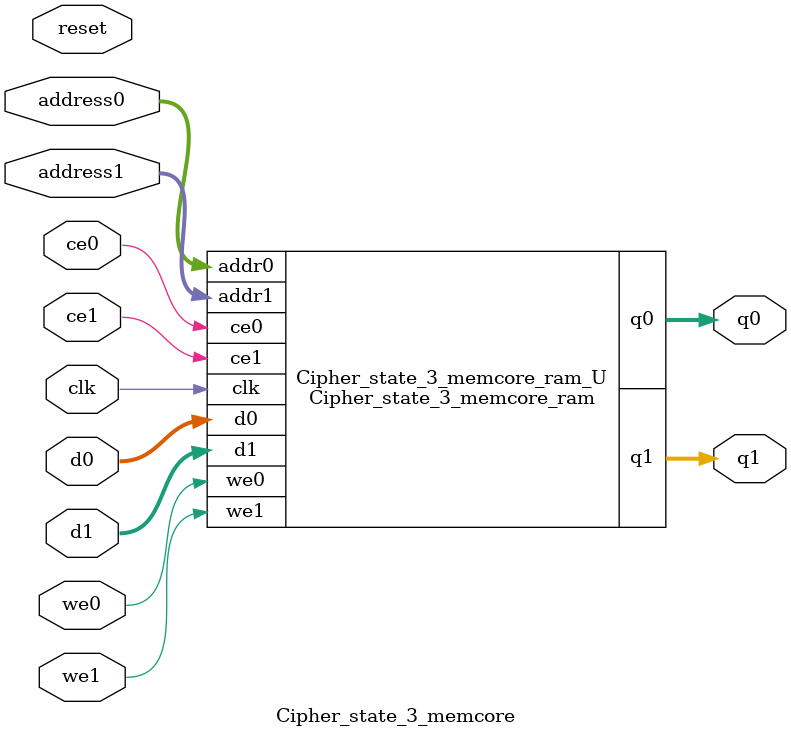
<source format=v>
`timescale 1 ns / 1 ps
module Cipher_state_3_memcore_ram (addr0, ce0, d0, we0, q0, addr1, ce1, d1, we1, q1,  clk);

parameter DWIDTH = 8;
parameter AWIDTH = 4;
parameter MEM_SIZE = 16;

input[AWIDTH-1:0] addr0;
input ce0;
input[DWIDTH-1:0] d0;
input we0;
output reg[DWIDTH-1:0] q0;
input[AWIDTH-1:0] addr1;
input ce1;
input[DWIDTH-1:0] d1;
input we1;
output reg[DWIDTH-1:0] q1;
input clk;

(* ram_style = "block" *)reg [DWIDTH-1:0] ram[0:MEM_SIZE-1];




always @(posedge clk)  
begin 
    if (ce0) 
    begin
        if (we0) 
        begin 
            ram[addr0] <= d0; 
        end 
        q0 <= ram[addr0];
    end
end


always @(posedge clk)  
begin 
    if (ce1) 
    begin
        if (we1) 
        begin 
            ram[addr1] <= d1; 
        end 
        q1 <= ram[addr1];
    end
end


endmodule

`timescale 1 ns / 1 ps
module Cipher_state_3_memcore(
    reset,
    clk,
    address0,
    ce0,
    we0,
    d0,
    q0,
    address1,
    ce1,
    we1,
    d1,
    q1);

parameter DataWidth = 32'd8;
parameter AddressRange = 32'd16;
parameter AddressWidth = 32'd4;
input reset;
input clk;
input[AddressWidth - 1:0] address0;
input ce0;
input we0;
input[DataWidth - 1:0] d0;
output[DataWidth - 1:0] q0;
input[AddressWidth - 1:0] address1;
input ce1;
input we1;
input[DataWidth - 1:0] d1;
output[DataWidth - 1:0] q1;



Cipher_state_3_memcore_ram Cipher_state_3_memcore_ram_U(
    .clk( clk ),
    .addr0( address0 ),
    .ce0( ce0 ),
    .we0( we0 ),
    .d0( d0 ),
    .q0( q0 ),
    .addr1( address1 ),
    .ce1( ce1 ),
    .we1( we1 ),
    .d1( d1 ),
    .q1( q1 ));

endmodule


</source>
